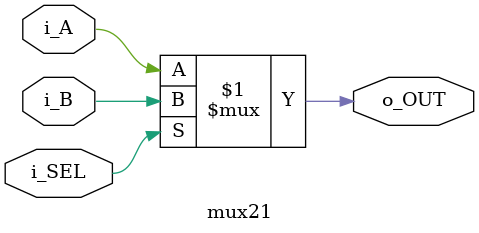
<source format=v>
module mux21(
    input wire  i_A,
    input wire  i_B,
    input wire  i_SEL,
    output wire o_OUT
);

assign o_OUT = i_SEL ? i_B : i_A;

endmodule
</source>
